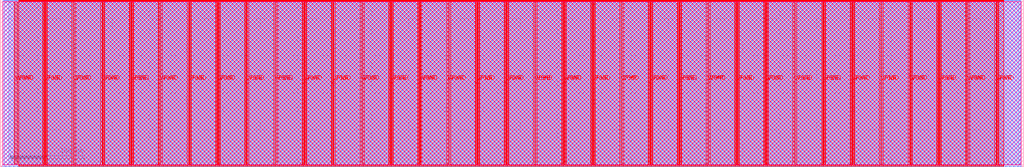
<source format=lef>
VERSION 5.7 ;
  NOWIREEXTENSIONATPIN ON ;
  DIVIDERCHAR "/" ;
  BUSBITCHARS "[]" ;
MACRO tt_um_kianV_rv32ima_uLinux_SoC
  CLASS BLOCK ;
  FOREIGN tt_um_kianV_rv32ima_uLinux_SoC ;
  ORIGIN 0.000 0.000 ;
  SIZE 1378.160 BY 225.760 ;
  PIN VGND
    DIRECTION INOUT ;
    USE GROUND ;
    PORT
      LAYER met4 ;
        RECT 21.580 2.480 23.180 223.280 ;
    END
    PORT
      LAYER met4 ;
        RECT 60.450 2.480 62.050 223.280 ;
    END
    PORT
      LAYER met4 ;
        RECT 99.320 2.480 100.920 223.280 ;
    END
    PORT
      LAYER met4 ;
        RECT 138.190 2.480 139.790 223.280 ;
    END
    PORT
      LAYER met4 ;
        RECT 177.060 2.480 178.660 223.280 ;
    END
    PORT
      LAYER met4 ;
        RECT 215.930 2.480 217.530 223.280 ;
    END
    PORT
      LAYER met4 ;
        RECT 254.800 2.480 256.400 223.280 ;
    END
    PORT
      LAYER met4 ;
        RECT 293.670 2.480 295.270 223.280 ;
    END
    PORT
      LAYER met4 ;
        RECT 332.540 2.480 334.140 223.280 ;
    END
    PORT
      LAYER met4 ;
        RECT 371.410 2.480 373.010 223.280 ;
    END
    PORT
      LAYER met4 ;
        RECT 410.280 2.480 411.880 223.280 ;
    END
    PORT
      LAYER met4 ;
        RECT 449.150 2.480 450.750 223.280 ;
    END
    PORT
      LAYER met4 ;
        RECT 488.020 2.480 489.620 223.280 ;
    END
    PORT
      LAYER met4 ;
        RECT 526.890 2.480 528.490 223.280 ;
    END
    PORT
      LAYER met4 ;
        RECT 565.760 2.480 567.360 223.280 ;
    END
    PORT
      LAYER met4 ;
        RECT 604.630 2.480 606.230 223.280 ;
    END
    PORT
      LAYER met4 ;
        RECT 643.500 2.480 645.100 223.280 ;
    END
    PORT
      LAYER met4 ;
        RECT 682.370 2.480 683.970 223.280 ;
    END
    PORT
      LAYER met4 ;
        RECT 721.240 2.480 722.840 223.280 ;
    END
    PORT
      LAYER met4 ;
        RECT 760.110 2.480 761.710 223.280 ;
    END
    PORT
      LAYER met4 ;
        RECT 798.980 2.480 800.580 223.280 ;
    END
    PORT
      LAYER met4 ;
        RECT 837.850 2.480 839.450 223.280 ;
    END
    PORT
      LAYER met4 ;
        RECT 876.720 2.480 878.320 223.280 ;
    END
    PORT
      LAYER met4 ;
        RECT 915.590 2.480 917.190 223.280 ;
    END
    PORT
      LAYER met4 ;
        RECT 954.460 2.480 956.060 223.280 ;
    END
    PORT
      LAYER met4 ;
        RECT 993.330 2.480 994.930 223.280 ;
    END
    PORT
      LAYER met4 ;
        RECT 1032.200 2.480 1033.800 223.280 ;
    END
    PORT
      LAYER met4 ;
        RECT 1071.070 2.480 1072.670 223.280 ;
    END
    PORT
      LAYER met4 ;
        RECT 1109.940 2.480 1111.540 223.280 ;
    END
    PORT
      LAYER met4 ;
        RECT 1148.810 2.480 1150.410 223.280 ;
    END
    PORT
      LAYER met4 ;
        RECT 1187.680 2.480 1189.280 223.280 ;
    END
    PORT
      LAYER met4 ;
        RECT 1226.550 2.480 1228.150 223.280 ;
    END
    PORT
      LAYER met4 ;
        RECT 1265.420 2.480 1267.020 223.280 ;
    END
    PORT
      LAYER met4 ;
        RECT 1304.290 2.480 1305.890 223.280 ;
    END
    PORT
      LAYER met4 ;
        RECT 1343.160 2.480 1344.760 223.280 ;
    END
  END VGND
  PIN VPWR
    DIRECTION INOUT ;
    USE POWER ;
    PORT
      LAYER met4 ;
        RECT 18.280 2.480 19.880 223.280 ;
    END
    PORT
      LAYER met4 ;
        RECT 57.150 2.480 58.750 223.280 ;
    END
    PORT
      LAYER met4 ;
        RECT 96.020 2.480 97.620 223.280 ;
    END
    PORT
      LAYER met4 ;
        RECT 134.890 2.480 136.490 223.280 ;
    END
    PORT
      LAYER met4 ;
        RECT 173.760 2.480 175.360 223.280 ;
    END
    PORT
      LAYER met4 ;
        RECT 212.630 2.480 214.230 223.280 ;
    END
    PORT
      LAYER met4 ;
        RECT 251.500 2.480 253.100 223.280 ;
    END
    PORT
      LAYER met4 ;
        RECT 290.370 2.480 291.970 223.280 ;
    END
    PORT
      LAYER met4 ;
        RECT 329.240 2.480 330.840 223.280 ;
    END
    PORT
      LAYER met4 ;
        RECT 368.110 2.480 369.710 223.280 ;
    END
    PORT
      LAYER met4 ;
        RECT 406.980 2.480 408.580 223.280 ;
    END
    PORT
      LAYER met4 ;
        RECT 445.850 2.480 447.450 223.280 ;
    END
    PORT
      LAYER met4 ;
        RECT 484.720 2.480 486.320 223.280 ;
    END
    PORT
      LAYER met4 ;
        RECT 523.590 2.480 525.190 223.280 ;
    END
    PORT
      LAYER met4 ;
        RECT 562.460 2.480 564.060 223.280 ;
    END
    PORT
      LAYER met4 ;
        RECT 601.330 2.480 602.930 223.280 ;
    END
    PORT
      LAYER met4 ;
        RECT 640.200 2.480 641.800 223.280 ;
    END
    PORT
      LAYER met4 ;
        RECT 679.070 2.480 680.670 223.280 ;
    END
    PORT
      LAYER met4 ;
        RECT 717.940 2.480 719.540 223.280 ;
    END
    PORT
      LAYER met4 ;
        RECT 756.810 2.480 758.410 223.280 ;
    END
    PORT
      LAYER met4 ;
        RECT 795.680 2.480 797.280 223.280 ;
    END
    PORT
      LAYER met4 ;
        RECT 834.550 2.480 836.150 223.280 ;
    END
    PORT
      LAYER met4 ;
        RECT 873.420 2.480 875.020 223.280 ;
    END
    PORT
      LAYER met4 ;
        RECT 912.290 2.480 913.890 223.280 ;
    END
    PORT
      LAYER met4 ;
        RECT 951.160 2.480 952.760 223.280 ;
    END
    PORT
      LAYER met4 ;
        RECT 990.030 2.480 991.630 223.280 ;
    END
    PORT
      LAYER met4 ;
        RECT 1028.900 2.480 1030.500 223.280 ;
    END
    PORT
      LAYER met4 ;
        RECT 1067.770 2.480 1069.370 223.280 ;
    END
    PORT
      LAYER met4 ;
        RECT 1106.640 2.480 1108.240 223.280 ;
    END
    PORT
      LAYER met4 ;
        RECT 1145.510 2.480 1147.110 223.280 ;
    END
    PORT
      LAYER met4 ;
        RECT 1184.380 2.480 1185.980 223.280 ;
    END
    PORT
      LAYER met4 ;
        RECT 1223.250 2.480 1224.850 223.280 ;
    END
    PORT
      LAYER met4 ;
        RECT 1262.120 2.480 1263.720 223.280 ;
    END
    PORT
      LAYER met4 ;
        RECT 1300.990 2.480 1302.590 223.280 ;
    END
    PORT
      LAYER met4 ;
        RECT 1339.860 2.480 1341.460 223.280 ;
    END
  END VPWR
  PIN clk
    DIRECTION INPUT ;
    USE SIGNAL ;
    ANTENNAGATEAREA 0.852000 ;
    PORT
      LAYER met4 ;
        RECT 143.830 224.760 144.130 225.760 ;
    END
  END clk
  PIN ena
    DIRECTION INPUT ;
    USE SIGNAL ;
    PORT
      LAYER met4 ;
        RECT 146.590 224.760 146.890 225.760 ;
    END
  END ena
  PIN rst_n
    DIRECTION INPUT ;
    USE SIGNAL ;
    ANTENNAGATEAREA 0.159000 ;
    PORT
      LAYER met4 ;
        RECT 141.070 224.760 141.370 225.760 ;
    END
  END rst_n
  PIN ui_in[0]
    DIRECTION INPUT ;
    USE SIGNAL ;
    ANTENNAGATEAREA 0.196500 ;
    PORT
      LAYER met4 ;
        RECT 138.310 224.760 138.610 225.760 ;
    END
  END ui_in[0]
  PIN ui_in[1]
    DIRECTION INPUT ;
    USE SIGNAL ;
    ANTENNAGATEAREA 0.196500 ;
    PORT
      LAYER met4 ;
        RECT 135.550 224.760 135.850 225.760 ;
    END
  END ui_in[1]
  PIN ui_in[2]
    DIRECTION INPUT ;
    USE SIGNAL ;
    ANTENNAGATEAREA 0.213000 ;
    PORT
      LAYER met4 ;
        RECT 132.790 224.760 133.090 225.760 ;
    END
  END ui_in[2]
  PIN ui_in[3]
    DIRECTION INPUT ;
    USE SIGNAL ;
    ANTENNAGATEAREA 0.196500 ;
    PORT
      LAYER met4 ;
        RECT 130.030 224.760 130.330 225.760 ;
    END
  END ui_in[3]
  PIN ui_in[4]
    DIRECTION INPUT ;
    USE SIGNAL ;
    ANTENNAGATEAREA 0.196500 ;
    PORT
      LAYER met4 ;
        RECT 127.270 224.760 127.570 225.760 ;
    END
  END ui_in[4]
  PIN ui_in[5]
    DIRECTION INPUT ;
    USE SIGNAL ;
    ANTENNAGATEAREA 0.196500 ;
    PORT
      LAYER met4 ;
        RECT 124.510 224.760 124.810 225.760 ;
    END
  END ui_in[5]
  PIN ui_in[6]
    DIRECTION INPUT ;
    USE SIGNAL ;
    ANTENNAGATEAREA 0.196500 ;
    PORT
      LAYER met4 ;
        RECT 121.750 224.760 122.050 225.760 ;
    END
  END ui_in[6]
  PIN ui_in[7]
    DIRECTION INPUT ;
    USE SIGNAL ;
    ANTENNAGATEAREA 0.196500 ;
    PORT
      LAYER met4 ;
        RECT 118.990 224.760 119.290 225.760 ;
    END
  END ui_in[7]
  PIN uio_in[0]
    DIRECTION INPUT ;
    USE SIGNAL ;
    PORT
      LAYER met4 ;
        RECT 116.230 224.760 116.530 225.760 ;
    END
  END uio_in[0]
  PIN uio_in[1]
    DIRECTION INPUT ;
    USE SIGNAL ;
    ANTENNAGATEAREA 0.213000 ;
    PORT
      LAYER met4 ;
        RECT 113.470 224.760 113.770 225.760 ;
    END
  END uio_in[1]
  PIN uio_in[2]
    DIRECTION INPUT ;
    USE SIGNAL ;
    ANTENNAGATEAREA 0.213000 ;
    PORT
      LAYER met4 ;
        RECT 110.710 224.760 111.010 225.760 ;
    END
  END uio_in[2]
  PIN uio_in[3]
    DIRECTION INPUT ;
    USE SIGNAL ;
    PORT
      LAYER met4 ;
        RECT 107.950 224.760 108.250 225.760 ;
    END
  END uio_in[3]
  PIN uio_in[4]
    DIRECTION INPUT ;
    USE SIGNAL ;
    ANTENNAGATEAREA 0.213000 ;
    PORT
      LAYER met4 ;
        RECT 105.190 224.760 105.490 225.760 ;
    END
  END uio_in[4]
  PIN uio_in[5]
    DIRECTION INPUT ;
    USE SIGNAL ;
    ANTENNAGATEAREA 0.213000 ;
    PORT
      LAYER met4 ;
        RECT 102.430 224.760 102.730 225.760 ;
    END
  END uio_in[5]
  PIN uio_in[6]
    DIRECTION INPUT ;
    USE SIGNAL ;
    PORT
      LAYER met4 ;
        RECT 99.670 224.760 99.970 225.760 ;
    END
  END uio_in[6]
  PIN uio_in[7]
    DIRECTION INPUT ;
    USE SIGNAL ;
    PORT
      LAYER met4 ;
        RECT 96.910 224.760 97.210 225.760 ;
    END
  END uio_in[7]
  PIN uio_oe[0]
    DIRECTION OUTPUT ;
    USE SIGNAL ;
    PORT
      LAYER met4 ;
        RECT 49.990 224.760 50.290 225.760 ;
    END
  END uio_oe[0]
  PIN uio_oe[1]
    DIRECTION OUTPUT ;
    USE SIGNAL ;
    ANTENNAGATEAREA 0.247500 ;
    ANTENNADIFFAREA 0.891000 ;
    PORT
      LAYER met4 ;
        RECT 47.230 224.760 47.530 225.760 ;
    END
  END uio_oe[1]
  PIN uio_oe[2]
    DIRECTION OUTPUT ;
    USE SIGNAL ;
    ANTENNADIFFAREA 0.445500 ;
    PORT
      LAYER met4 ;
        RECT 44.470 224.760 44.770 225.760 ;
    END
  END uio_oe[2]
  PIN uio_oe[3]
    DIRECTION OUTPUT ;
    USE SIGNAL ;
    PORT
      LAYER met4 ;
        RECT 41.710 224.760 42.010 225.760 ;
    END
  END uio_oe[3]
  PIN uio_oe[4]
    DIRECTION OUTPUT ;
    USE SIGNAL ;
    ANTENNADIFFAREA 0.445500 ;
    PORT
      LAYER met4 ;
        RECT 38.950 224.760 39.250 225.760 ;
    END
  END uio_oe[4]
  PIN uio_oe[5]
    DIRECTION OUTPUT ;
    USE SIGNAL ;
    ANTENNAGATEAREA 0.565500 ;
    ANTENNADIFFAREA 0.891000 ;
    PORT
      LAYER met4 ;
        RECT 36.190 224.760 36.490 225.760 ;
    END
  END uio_oe[5]
  PIN uio_oe[6]
    DIRECTION OUTPUT ;
    USE SIGNAL ;
    PORT
      LAYER met4 ;
        RECT 33.430 224.760 33.730 225.760 ;
    END
  END uio_oe[6]
  PIN uio_oe[7]
    DIRECTION OUTPUT ;
    USE SIGNAL ;
    PORT
      LAYER met4 ;
        RECT 30.670 224.760 30.970 225.760 ;
    END
  END uio_oe[7]
  PIN uio_out[0]
    DIRECTION OUTPUT ;
    USE SIGNAL ;
    ANTENNAGATEAREA 0.495000 ;
    ANTENNADIFFAREA 0.891000 ;
    PORT
      LAYER met4 ;
        RECT 72.070 224.760 72.370 225.760 ;
    END
  END uio_out[0]
  PIN uio_out[1]
    DIRECTION OUTPUT ;
    USE SIGNAL ;
    ANTENNADIFFAREA 0.795200 ;
    PORT
      LAYER met4 ;
        RECT 69.310 224.760 69.610 225.760 ;
    END
  END uio_out[1]
  PIN uio_out[2]
    DIRECTION OUTPUT ;
    USE SIGNAL ;
    ANTENNADIFFAREA 0.795200 ;
    PORT
      LAYER met4 ;
        RECT 66.550 224.760 66.850 225.760 ;
    END
  END uio_out[2]
  PIN uio_out[3]
    DIRECTION OUTPUT ;
    USE SIGNAL ;
    ANTENNADIFFAREA 0.445500 ;
    PORT
      LAYER met4 ;
        RECT 63.790 224.760 64.090 225.760 ;
    END
  END uio_out[3]
  PIN uio_out[4]
    DIRECTION OUTPUT ;
    USE SIGNAL ;
    ANTENNADIFFAREA 0.795200 ;
    PORT
      LAYER met4 ;
        RECT 61.030 224.760 61.330 225.760 ;
    END
  END uio_out[4]
  PIN uio_out[5]
    DIRECTION OUTPUT ;
    USE SIGNAL ;
    ANTENNADIFFAREA 0.795200 ;
    PORT
      LAYER met4 ;
        RECT 58.270 224.760 58.570 225.760 ;
    END
  END uio_out[5]
  PIN uio_out[6]
    DIRECTION OUTPUT ;
    USE SIGNAL ;
    ANTENNAGATEAREA 0.247500 ;
    ANTENNADIFFAREA 0.891000 ;
    PORT
      LAYER met4 ;
        RECT 55.510 224.760 55.810 225.760 ;
    END
  END uio_out[6]
  PIN uio_out[7]
    DIRECTION OUTPUT ;
    USE SIGNAL ;
    ANTENNAGATEAREA 0.247500 ;
    ANTENNADIFFAREA 0.891000 ;
    PORT
      LAYER met4 ;
        RECT 52.750 224.760 53.050 225.760 ;
    END
  END uio_out[7]
  PIN uo_out[0]
    DIRECTION OUTPUT ;
    USE SIGNAL ;
    ANTENNADIFFAREA 0.891000 ;
    PORT
      LAYER met4 ;
        RECT 94.150 224.760 94.450 225.760 ;
    END
  END uo_out[0]
  PIN uo_out[1]
    DIRECTION OUTPUT ;
    USE SIGNAL ;
    ANTENNADIFFAREA 0.891000 ;
    PORT
      LAYER met4 ;
        RECT 91.390 224.760 91.690 225.760 ;
    END
  END uo_out[1]
  PIN uo_out[2]
    DIRECTION OUTPUT ;
    USE SIGNAL ;
    ANTENNADIFFAREA 0.891000 ;
    PORT
      LAYER met4 ;
        RECT 88.630 224.760 88.930 225.760 ;
    END
  END uo_out[2]
  PIN uo_out[3]
    DIRECTION OUTPUT ;
    USE SIGNAL ;
    ANTENNADIFFAREA 0.891000 ;
    PORT
      LAYER met4 ;
        RECT 85.870 224.760 86.170 225.760 ;
    END
  END uo_out[3]
  PIN uo_out[4]
    DIRECTION OUTPUT ;
    USE SIGNAL ;
    ANTENNADIFFAREA 0.891000 ;
    PORT
      LAYER met4 ;
        RECT 83.110 224.760 83.410 225.760 ;
    END
  END uo_out[4]
  PIN uo_out[5]
    DIRECTION OUTPUT ;
    USE SIGNAL ;
    ANTENNADIFFAREA 0.891000 ;
    PORT
      LAYER met4 ;
        RECT 80.350 224.760 80.650 225.760 ;
    END
  END uo_out[5]
  PIN uo_out[6]
    DIRECTION OUTPUT ;
    USE SIGNAL ;
    ANTENNADIFFAREA 0.891000 ;
    PORT
      LAYER met4 ;
        RECT 77.590 224.760 77.890 225.760 ;
    END
  END uo_out[6]
  PIN uo_out[7]
    DIRECTION OUTPUT ;
    USE SIGNAL ;
    ANTENNADIFFAREA 0.891000 ;
    PORT
      LAYER met4 ;
        RECT 74.830 224.760 75.130 225.760 ;
    END
  END uo_out[7]
  OBS
      LAYER nwell ;
        RECT 2.570 2.635 1375.590 223.230 ;
      LAYER li1 ;
        RECT 2.760 2.635 1375.400 223.125 ;
      LAYER met1 ;
        RECT 2.760 0.040 1375.400 224.700 ;
      LAYER met2 ;
        RECT 4.700 0.010 1373.920 224.925 ;
      LAYER met3 ;
        RECT 11.105 0.175 1372.115 224.905 ;
      LAYER met4 ;
        RECT 24.215 224.360 30.270 224.905 ;
        RECT 31.370 224.360 33.030 224.905 ;
        RECT 34.130 224.360 35.790 224.905 ;
        RECT 36.890 224.360 38.550 224.905 ;
        RECT 39.650 224.360 41.310 224.905 ;
        RECT 42.410 224.360 44.070 224.905 ;
        RECT 45.170 224.360 46.830 224.905 ;
        RECT 47.930 224.360 49.590 224.905 ;
        RECT 50.690 224.360 52.350 224.905 ;
        RECT 53.450 224.360 55.110 224.905 ;
        RECT 56.210 224.360 57.870 224.905 ;
        RECT 58.970 224.360 60.630 224.905 ;
        RECT 61.730 224.360 63.390 224.905 ;
        RECT 64.490 224.360 66.150 224.905 ;
        RECT 67.250 224.360 68.910 224.905 ;
        RECT 70.010 224.360 71.670 224.905 ;
        RECT 72.770 224.360 74.430 224.905 ;
        RECT 75.530 224.360 77.190 224.905 ;
        RECT 78.290 224.360 79.950 224.905 ;
        RECT 81.050 224.360 82.710 224.905 ;
        RECT 83.810 224.360 85.470 224.905 ;
        RECT 86.570 224.360 88.230 224.905 ;
        RECT 89.330 224.360 90.990 224.905 ;
        RECT 92.090 224.360 93.750 224.905 ;
        RECT 94.850 224.360 96.510 224.905 ;
        RECT 97.610 224.360 99.270 224.905 ;
        RECT 100.370 224.360 102.030 224.905 ;
        RECT 103.130 224.360 104.790 224.905 ;
        RECT 105.890 224.360 107.550 224.905 ;
        RECT 108.650 224.360 110.310 224.905 ;
        RECT 111.410 224.360 113.070 224.905 ;
        RECT 114.170 224.360 115.830 224.905 ;
        RECT 116.930 224.360 118.590 224.905 ;
        RECT 119.690 224.360 121.350 224.905 ;
        RECT 122.450 224.360 124.110 224.905 ;
        RECT 125.210 224.360 126.870 224.905 ;
        RECT 127.970 224.360 129.630 224.905 ;
        RECT 130.730 224.360 132.390 224.905 ;
        RECT 133.490 224.360 135.150 224.905 ;
        RECT 136.250 224.360 137.910 224.905 ;
        RECT 139.010 224.360 140.670 224.905 ;
        RECT 141.770 224.360 143.430 224.905 ;
        RECT 144.530 224.360 146.190 224.905 ;
        RECT 147.290 224.360 1352.105 224.905 ;
        RECT 24.215 223.680 1352.105 224.360 ;
        RECT 24.215 2.080 56.750 223.680 ;
        RECT 59.150 2.080 60.050 223.680 ;
        RECT 62.450 2.080 95.620 223.680 ;
        RECT 98.020 2.080 98.920 223.680 ;
        RECT 101.320 2.080 134.490 223.680 ;
        RECT 136.890 2.080 137.790 223.680 ;
        RECT 140.190 2.080 173.360 223.680 ;
        RECT 175.760 2.080 176.660 223.680 ;
        RECT 179.060 2.080 212.230 223.680 ;
        RECT 214.630 2.080 215.530 223.680 ;
        RECT 217.930 2.080 251.100 223.680 ;
        RECT 253.500 2.080 254.400 223.680 ;
        RECT 256.800 2.080 289.970 223.680 ;
        RECT 292.370 2.080 293.270 223.680 ;
        RECT 295.670 2.080 328.840 223.680 ;
        RECT 331.240 2.080 332.140 223.680 ;
        RECT 334.540 2.080 367.710 223.680 ;
        RECT 370.110 2.080 371.010 223.680 ;
        RECT 373.410 2.080 406.580 223.680 ;
        RECT 408.980 2.080 409.880 223.680 ;
        RECT 412.280 2.080 445.450 223.680 ;
        RECT 447.850 2.080 448.750 223.680 ;
        RECT 451.150 2.080 484.320 223.680 ;
        RECT 486.720 2.080 487.620 223.680 ;
        RECT 490.020 2.080 523.190 223.680 ;
        RECT 525.590 2.080 526.490 223.680 ;
        RECT 528.890 2.080 562.060 223.680 ;
        RECT 564.460 2.080 565.360 223.680 ;
        RECT 567.760 2.080 600.930 223.680 ;
        RECT 603.330 2.080 604.230 223.680 ;
        RECT 606.630 2.080 639.800 223.680 ;
        RECT 642.200 2.080 643.100 223.680 ;
        RECT 645.500 2.080 678.670 223.680 ;
        RECT 681.070 2.080 681.970 223.680 ;
        RECT 684.370 2.080 717.540 223.680 ;
        RECT 719.940 2.080 720.840 223.680 ;
        RECT 723.240 2.080 756.410 223.680 ;
        RECT 758.810 2.080 759.710 223.680 ;
        RECT 762.110 2.080 795.280 223.680 ;
        RECT 797.680 2.080 798.580 223.680 ;
        RECT 800.980 2.080 834.150 223.680 ;
        RECT 836.550 2.080 837.450 223.680 ;
        RECT 839.850 2.080 873.020 223.680 ;
        RECT 875.420 2.080 876.320 223.680 ;
        RECT 878.720 2.080 911.890 223.680 ;
        RECT 914.290 2.080 915.190 223.680 ;
        RECT 917.590 2.080 950.760 223.680 ;
        RECT 953.160 2.080 954.060 223.680 ;
        RECT 956.460 2.080 989.630 223.680 ;
        RECT 992.030 2.080 992.930 223.680 ;
        RECT 995.330 2.080 1028.500 223.680 ;
        RECT 1030.900 2.080 1031.800 223.680 ;
        RECT 1034.200 2.080 1067.370 223.680 ;
        RECT 1069.770 2.080 1070.670 223.680 ;
        RECT 1073.070 2.080 1106.240 223.680 ;
        RECT 1108.640 2.080 1109.540 223.680 ;
        RECT 1111.940 2.080 1145.110 223.680 ;
        RECT 1147.510 2.080 1148.410 223.680 ;
        RECT 1150.810 2.080 1183.980 223.680 ;
        RECT 1186.380 2.080 1187.280 223.680 ;
        RECT 1189.680 2.080 1222.850 223.680 ;
        RECT 1225.250 2.080 1226.150 223.680 ;
        RECT 1228.550 2.080 1261.720 223.680 ;
        RECT 1264.120 2.080 1265.020 223.680 ;
        RECT 1267.420 2.080 1300.590 223.680 ;
        RECT 1302.990 2.080 1303.890 223.680 ;
        RECT 1306.290 2.080 1339.460 223.680 ;
        RECT 1341.860 2.080 1342.760 223.680 ;
        RECT 1345.160 2.080 1352.105 223.680 ;
        RECT 24.215 0.855 1352.105 2.080 ;
  END
END tt_um_kianV_rv32ima_uLinux_SoC
END LIBRARY


</source>
